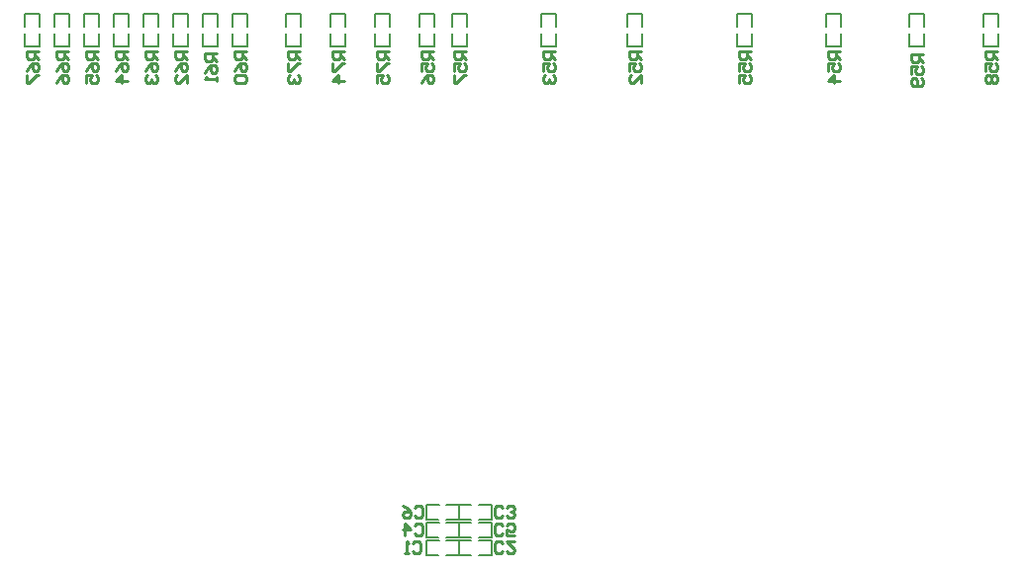
<source format=gbo>
G04*
G04 #@! TF.GenerationSoftware,Altium Limited,Altium Designer,22.3.1 (43)*
G04*
G04 Layer_Color=32896*
%FSLAX25Y25*%
%MOIN*%
G70*
G04*
G04 #@! TF.SameCoordinates,95171FB7-D515-428C-BD45-E7A15DE81ABC*
G04*
G04*
G04 #@! TF.FilePolarity,Positive*
G04*
G01*
G75*
%ADD11C,0.01000*%
%ADD13C,0.00500*%
D11*
X316999Y330332D02*
X313001D01*
Y328332D01*
X313667Y327666D01*
X315000D01*
X315666Y328332D01*
Y330332D01*
Y328999D02*
X316999Y327666D01*
X313001Y323667D02*
Y326333D01*
X315000D01*
X314334Y325000D01*
Y324334D01*
X315000Y323667D01*
X316333D01*
X316999Y324334D01*
Y325666D01*
X316333Y326333D01*
X313001Y319668D02*
Y322334D01*
X315000D01*
X314334Y321001D01*
Y320335D01*
X315000Y319668D01*
X316333D01*
X316999Y320335D01*
Y321668D01*
X316333Y322334D01*
X194999Y330332D02*
X191001D01*
Y328332D01*
X191667Y327666D01*
X193000D01*
X193666Y328332D01*
Y330332D01*
Y328999D02*
X194999Y327666D01*
X191001Y326333D02*
Y323667D01*
X191667D01*
X194333Y326333D01*
X194999D01*
X191001Y319668D02*
Y322334D01*
X193000D01*
X192333Y321001D01*
Y320335D01*
X193000Y319668D01*
X194333D01*
X194999Y320335D01*
Y321668D01*
X194333Y322334D01*
X179999Y330332D02*
X176001D01*
Y328332D01*
X176667Y327666D01*
X178000D01*
X178666Y328332D01*
Y330332D01*
Y328999D02*
X179999Y327666D01*
X176001Y326333D02*
Y323667D01*
X176667D01*
X179333Y326333D01*
X179999D01*
Y320335D02*
X176001D01*
X178000Y322334D01*
Y319668D01*
X164999Y330332D02*
X161001D01*
Y328332D01*
X161667Y327666D01*
X163000D01*
X163666Y328332D01*
Y330332D01*
Y328999D02*
X164999Y327666D01*
X161001Y326333D02*
Y323667D01*
X161667D01*
X164333Y326333D01*
X164999D01*
X161667Y322334D02*
X161001Y321668D01*
Y320335D01*
X161667Y319668D01*
X162334D01*
X163000Y320335D01*
Y321001D01*
Y320335D01*
X163666Y319668D01*
X164333D01*
X164999Y320335D01*
Y321668D01*
X164333Y322334D01*
X76999Y330332D02*
X73001D01*
Y328332D01*
X73667Y327666D01*
X75000D01*
X75666Y328332D01*
Y330332D01*
Y328999D02*
X76999Y327666D01*
X73001Y323667D02*
X73667Y325000D01*
X75000Y326333D01*
X76333D01*
X76999Y325666D01*
Y324334D01*
X76333Y323667D01*
X75666D01*
X75000Y324334D01*
Y326333D01*
X73001Y322334D02*
Y319668D01*
X73667D01*
X76333Y322334D01*
X76999D01*
X86999Y330332D02*
X83001D01*
Y328332D01*
X83667Y327666D01*
X85000D01*
X85666Y328332D01*
Y330332D01*
Y328999D02*
X86999Y327666D01*
X83001Y323667D02*
X83667Y325000D01*
X85000Y326333D01*
X86333D01*
X86999Y325666D01*
Y324334D01*
X86333Y323667D01*
X85666D01*
X85000Y324334D01*
Y326333D01*
X83001Y319668D02*
X83667Y321001D01*
X85000Y322334D01*
X86333D01*
X86999Y321668D01*
Y320335D01*
X86333Y319668D01*
X85666D01*
X85000Y320335D01*
Y322334D01*
X96999Y330332D02*
X93001D01*
Y328332D01*
X93667Y327666D01*
X95000D01*
X95666Y328332D01*
Y330332D01*
Y328999D02*
X96999Y327666D01*
X93001Y323667D02*
X93667Y325000D01*
X95000Y326333D01*
X96333D01*
X96999Y325666D01*
Y324334D01*
X96333Y323667D01*
X95666D01*
X95000Y324334D01*
Y326333D01*
X93001Y319668D02*
Y322334D01*
X95000D01*
X94334Y321001D01*
Y320335D01*
X95000Y319668D01*
X96333D01*
X96999Y320335D01*
Y321668D01*
X96333Y322334D01*
X106999Y330332D02*
X103001D01*
Y328332D01*
X103667Y327666D01*
X105000D01*
X105666Y328332D01*
Y330332D01*
Y328999D02*
X106999Y327666D01*
X103001Y323667D02*
X103667Y325000D01*
X105000Y326333D01*
X106333D01*
X106999Y325666D01*
Y324334D01*
X106333Y323667D01*
X105666D01*
X105000Y324334D01*
Y326333D01*
X106999Y320335D02*
X103001D01*
X105000Y322334D01*
Y319668D01*
X116999Y330332D02*
X113001D01*
Y328332D01*
X113667Y327666D01*
X115000D01*
X115666Y328332D01*
Y330332D01*
Y328999D02*
X116999Y327666D01*
X113001Y323667D02*
X113667Y325000D01*
X115000Y326333D01*
X116333D01*
X116999Y325666D01*
Y324334D01*
X116333Y323667D01*
X115666D01*
X115000Y324334D01*
Y326333D01*
X113667Y322334D02*
X113001Y321668D01*
Y320335D01*
X113667Y319668D01*
X114333D01*
X115000Y320335D01*
Y321001D01*
Y320335D01*
X115666Y319668D01*
X116333D01*
X116999Y320335D01*
Y321668D01*
X116333Y322334D01*
X126999Y330332D02*
X123001D01*
Y328332D01*
X123667Y327666D01*
X125000D01*
X125666Y328332D01*
Y330332D01*
Y328999D02*
X126999Y327666D01*
X123001Y323667D02*
X123667Y325000D01*
X125000Y326333D01*
X126333D01*
X126999Y325666D01*
Y324334D01*
X126333Y323667D01*
X125666D01*
X125000Y324334D01*
Y326333D01*
X126999Y319668D02*
Y322334D01*
X124334Y319668D01*
X123667D01*
X123001Y320335D01*
Y321668D01*
X123667Y322334D01*
X136999Y329665D02*
X133001D01*
Y327666D01*
X133667Y326999D01*
X135000D01*
X135666Y327666D01*
Y329665D01*
Y328332D02*
X136999Y326999D01*
X133001Y323001D02*
X133667Y324334D01*
X135000Y325666D01*
X136333D01*
X136999Y325000D01*
Y323667D01*
X136333Y323001D01*
X135666D01*
X135000Y323667D01*
Y325666D01*
X136999Y321668D02*
Y320335D01*
Y321001D01*
X133001D01*
X133667Y321668D01*
X146999Y330332D02*
X143001D01*
Y328332D01*
X143667Y327666D01*
X145000D01*
X145666Y328332D01*
Y330332D01*
Y328999D02*
X146999Y327666D01*
X143001Y323667D02*
X143667Y325000D01*
X145000Y326333D01*
X146333D01*
X146999Y325666D01*
Y324334D01*
X146333Y323667D01*
X145666D01*
X145000Y324334D01*
Y326333D01*
X143667Y322334D02*
X143001Y321668D01*
Y320335D01*
X143667Y319668D01*
X146333D01*
X146999Y320335D01*
Y321668D01*
X146333Y322334D01*
X143667D01*
X374999Y329332D02*
X371001D01*
Y327332D01*
X371667Y326666D01*
X373000D01*
X373666Y327332D01*
Y329332D01*
Y327999D02*
X374999Y326666D01*
X371001Y322667D02*
Y325333D01*
X373000D01*
X372334Y324000D01*
Y323334D01*
X373000Y322667D01*
X374333D01*
X374999Y323334D01*
Y324666D01*
X374333Y325333D01*
Y321334D02*
X374999Y320668D01*
Y319335D01*
X374333Y318668D01*
X371667D01*
X371001Y319335D01*
Y320668D01*
X371667Y321334D01*
X372334D01*
X373000Y320668D01*
Y318668D01*
X399999Y330332D02*
X396001D01*
Y328332D01*
X396667Y327666D01*
X398000D01*
X398666Y328332D01*
Y330332D01*
Y328999D02*
X399999Y327666D01*
X396001Y323667D02*
Y326333D01*
X398000D01*
X397334Y325000D01*
Y324334D01*
X398000Y323667D01*
X399333D01*
X399999Y324334D01*
Y325666D01*
X399333Y326333D01*
X396667Y322334D02*
X396001Y321668D01*
Y320335D01*
X396667Y319668D01*
X397334D01*
X398000Y320335D01*
X398666Y319668D01*
X399333D01*
X399999Y320335D01*
Y321668D01*
X399333Y322334D01*
X398666D01*
X398000Y321668D01*
X397334Y322334D01*
X396667D01*
X398000Y321668D02*
Y320335D01*
X220999Y330332D02*
X217001D01*
Y328332D01*
X217667Y327666D01*
X219000D01*
X219666Y328332D01*
Y330332D01*
Y328999D02*
X220999Y327666D01*
X217001Y323667D02*
Y326333D01*
X219000D01*
X218334Y325000D01*
Y324334D01*
X219000Y323667D01*
X220333D01*
X220999Y324334D01*
Y325666D01*
X220333Y326333D01*
X217001Y322334D02*
Y319668D01*
X217667D01*
X220333Y322334D01*
X220999D01*
X209999Y330332D02*
X206001D01*
Y328332D01*
X206667Y327666D01*
X208000D01*
X208666Y328332D01*
Y330332D01*
Y328999D02*
X209999Y327666D01*
X206001Y323667D02*
Y326333D01*
X208000D01*
X207333Y325000D01*
Y324334D01*
X208000Y323667D01*
X209333D01*
X209999Y324334D01*
Y325666D01*
X209333Y326333D01*
X206001Y319668D02*
X206667Y321001D01*
X208000Y322334D01*
X209333D01*
X209999Y321668D01*
Y320335D01*
X209333Y319668D01*
X208666D01*
X208000Y320335D01*
Y322334D01*
X346999Y330332D02*
X343001D01*
Y328332D01*
X343667Y327666D01*
X345000D01*
X345666Y328332D01*
Y330332D01*
Y328999D02*
X346999Y327666D01*
X343001Y323667D02*
Y326333D01*
X345000D01*
X344334Y325000D01*
Y324334D01*
X345000Y323667D01*
X346333D01*
X346999Y324334D01*
Y325666D01*
X346333Y326333D01*
X346999Y320335D02*
X343001D01*
X345000Y322334D01*
Y319668D01*
X250999Y330332D02*
X247001D01*
Y328332D01*
X247667Y327666D01*
X249000D01*
X249666Y328332D01*
Y330332D01*
Y328999D02*
X250999Y327666D01*
X247001Y323667D02*
Y326333D01*
X249000D01*
X248334Y325000D01*
Y324334D01*
X249000Y323667D01*
X250333D01*
X250999Y324334D01*
Y325666D01*
X250333Y326333D01*
X247667Y322334D02*
X247001Y321668D01*
Y320335D01*
X247667Y319668D01*
X248334D01*
X249000Y320335D01*
Y321001D01*
Y320335D01*
X249666Y319668D01*
X250333D01*
X250999Y320335D01*
Y321668D01*
X250333Y322334D01*
X279999Y330332D02*
X276001D01*
Y328332D01*
X276667Y327666D01*
X278000D01*
X278666Y328332D01*
Y330332D01*
Y328999D02*
X279999Y327666D01*
X276001Y323667D02*
Y326333D01*
X278000D01*
X277333Y325000D01*
Y324334D01*
X278000Y323667D01*
X279333D01*
X279999Y324334D01*
Y325666D01*
X279333Y326333D01*
X279999Y319668D02*
Y322334D01*
X277333Y319668D01*
X276667D01*
X276001Y320335D01*
Y321668D01*
X276667Y322334D01*
X203816Y176333D02*
X204483Y176999D01*
X205815D01*
X206482Y176333D01*
Y173667D01*
X205815Y173001D01*
X204483D01*
X203816Y173667D01*
X199817Y176999D02*
X201150Y176333D01*
X202483Y175000D01*
Y173667D01*
X201817Y173001D01*
X200484D01*
X199817Y173667D01*
Y174334D01*
X200484Y175000D01*
X202483D01*
X233483Y167667D02*
X232817Y167001D01*
X231484D01*
X230817Y167667D01*
Y170333D01*
X231484Y170999D01*
X232817D01*
X233483Y170333D01*
X237482Y167001D02*
X234816D01*
Y169000D01*
X236149Y168333D01*
X236815D01*
X237482Y169000D01*
Y170333D01*
X236815Y170999D01*
X235483D01*
X234816Y170333D01*
X203816Y170333D02*
X204483Y170999D01*
X205815D01*
X206482Y170333D01*
Y167667D01*
X205815Y167001D01*
X204483D01*
X203816Y167667D01*
X200484Y167001D02*
Y170999D01*
X202483Y169000D01*
X199817D01*
X233483Y173667D02*
X232817Y173001D01*
X231484D01*
X230817Y173667D01*
Y176333D01*
X231484Y176999D01*
X232817D01*
X233483Y176333D01*
X234816Y173667D02*
X235483Y173001D01*
X236815D01*
X237482Y173667D01*
Y174334D01*
X236815Y175000D01*
X236149D01*
X236815D01*
X237482Y175666D01*
Y176333D01*
X236815Y176999D01*
X235483D01*
X234816Y176333D01*
X233483Y161667D02*
X232817Y161001D01*
X231484D01*
X230817Y161667D01*
Y164333D01*
X231484Y164999D01*
X232817D01*
X233483Y164333D01*
X237482Y164999D02*
X234816D01*
X237482Y162334D01*
Y161667D01*
X236815Y161001D01*
X235483D01*
X234816Y161667D01*
X203150Y164333D02*
X203816Y164999D01*
X205149D01*
X205815Y164333D01*
Y161667D01*
X205149Y161001D01*
X203816D01*
X203150Y161667D01*
X201817Y161001D02*
X200484D01*
X201150D01*
Y164999D01*
X201817Y164333D01*
D13*
X400500Y332100D02*
Y336200D01*
X395500Y332100D02*
X400500D01*
X395500D02*
Y336300D01*
Y338800D02*
Y342900D01*
X400500D01*
Y338800D02*
Y342900D01*
X370500Y338800D02*
Y342900D01*
X375500D01*
Y338700D02*
Y342900D01*
Y332100D02*
Y336200D01*
X370500Y332100D02*
X375500D01*
X370500D02*
Y336200D01*
X317500Y332100D02*
Y336200D01*
X312500Y332100D02*
X317500D01*
X312500D02*
Y336300D01*
Y338800D02*
Y342900D01*
X317500D01*
Y338800D02*
Y342900D01*
X347500Y332100D02*
Y336200D01*
X342500Y332100D02*
X347500D01*
X342500D02*
Y336300D01*
Y338800D02*
Y342900D01*
X347500D01*
Y338800D02*
Y342900D01*
X251500Y332100D02*
Y336200D01*
X246500Y332100D02*
X251500D01*
X246500D02*
Y336300D01*
Y338800D02*
Y342900D01*
X251500D01*
Y338800D02*
Y342900D01*
X280500Y332100D02*
Y336200D01*
X275500Y332100D02*
X280500D01*
X275500D02*
Y336300D01*
Y338800D02*
Y342900D01*
X280500D01*
Y338800D02*
Y342900D01*
X221500Y332100D02*
Y336200D01*
X216500Y332100D02*
X221500D01*
X216500D02*
Y336300D01*
Y338800D02*
Y342900D01*
X221500D01*
Y338800D02*
Y342900D01*
X210500Y332100D02*
Y336200D01*
X205500Y332100D02*
X210500D01*
X205500D02*
Y336300D01*
Y338800D02*
Y342900D01*
X210500D01*
Y338800D02*
Y342900D01*
X165500Y332100D02*
Y336200D01*
X160500Y332100D02*
X165500D01*
X160500D02*
Y336300D01*
Y338800D02*
Y342900D01*
X165500D01*
Y338800D02*
Y342900D01*
X175500Y338800D02*
Y342900D01*
X180500D01*
Y338700D02*
Y342900D01*
Y332100D02*
Y336200D01*
X175500Y332100D02*
X180500D01*
X175500D02*
Y336200D01*
X190500Y338800D02*
Y342900D01*
X195500D01*
Y338700D02*
Y342900D01*
Y332100D02*
Y336200D01*
X190500Y332100D02*
X195500D01*
X190500D02*
Y336200D01*
X137500Y332100D02*
Y336200D01*
X132500Y332100D02*
X137500D01*
X132500D02*
Y336300D01*
Y338800D02*
Y342900D01*
X137500D01*
Y338800D02*
Y342900D01*
X147500Y332100D02*
Y336200D01*
X142500Y332100D02*
X147500D01*
X142500D02*
Y336300D01*
Y338800D02*
Y342900D01*
X147500D01*
Y338800D02*
Y342900D01*
X127500Y332100D02*
Y336200D01*
X122500Y332100D02*
X127500D01*
X122500D02*
Y336300D01*
Y338800D02*
Y342900D01*
X127500D01*
Y338800D02*
Y342900D01*
X97500Y332100D02*
Y336200D01*
X92500Y332100D02*
X97500D01*
X92500D02*
Y336300D01*
Y338800D02*
Y342900D01*
X97500D01*
Y338800D02*
Y342900D01*
X87500Y332100D02*
Y336200D01*
X82500Y332100D02*
X87500D01*
X82500D02*
Y336300D01*
Y338800D02*
Y342900D01*
X87500D01*
Y338800D02*
Y342900D01*
X77500Y332100D02*
Y336200D01*
X72500Y332100D02*
X77500D01*
X72500D02*
Y336300D01*
Y338800D02*
Y342900D01*
X77500D01*
Y338800D02*
Y342900D01*
X107500Y332100D02*
Y336200D01*
X102500Y332100D02*
X107500D01*
X102500D02*
Y336300D01*
Y338800D02*
Y342900D01*
X107500D01*
Y338800D02*
Y342900D01*
X117500Y332100D02*
Y336200D01*
X112500Y332100D02*
X117500D01*
X112500D02*
Y336300D01*
Y338800D02*
Y342900D01*
X117500D01*
Y338800D02*
Y342900D01*
X207750Y172500D02*
X211850D01*
X207750D02*
Y177500D01*
X211950D01*
X214450D02*
X218550D01*
Y172500D02*
Y177500D01*
X214450Y172500D02*
X218550D01*
X225450Y171500D02*
X229550D01*
Y166500D02*
Y171500D01*
X225350Y166500D02*
X229550D01*
X218750D02*
X222850D01*
X218750D02*
Y171500D01*
X222850D01*
X207750Y166500D02*
X211850D01*
X207750D02*
Y171500D01*
X211950D01*
X214450D02*
X218550D01*
Y166500D02*
Y171500D01*
X214450Y166500D02*
X218550D01*
X225450Y177500D02*
X229550D01*
Y172500D02*
Y177500D01*
X225350Y172500D02*
X229550D01*
X218750D02*
X222850D01*
X218750D02*
Y177500D01*
X222850D01*
X207750Y160500D02*
X211850D01*
X207750D02*
Y165500D01*
X211950D01*
X214450D02*
X218550D01*
Y160500D02*
Y165500D01*
X214450Y160500D02*
X218550D01*
X225450Y165500D02*
X229550D01*
Y160500D02*
Y165500D01*
X225350Y160500D02*
X229550D01*
X218750D02*
X222850D01*
X218750D02*
Y165500D01*
X222850D01*
M02*

</source>
